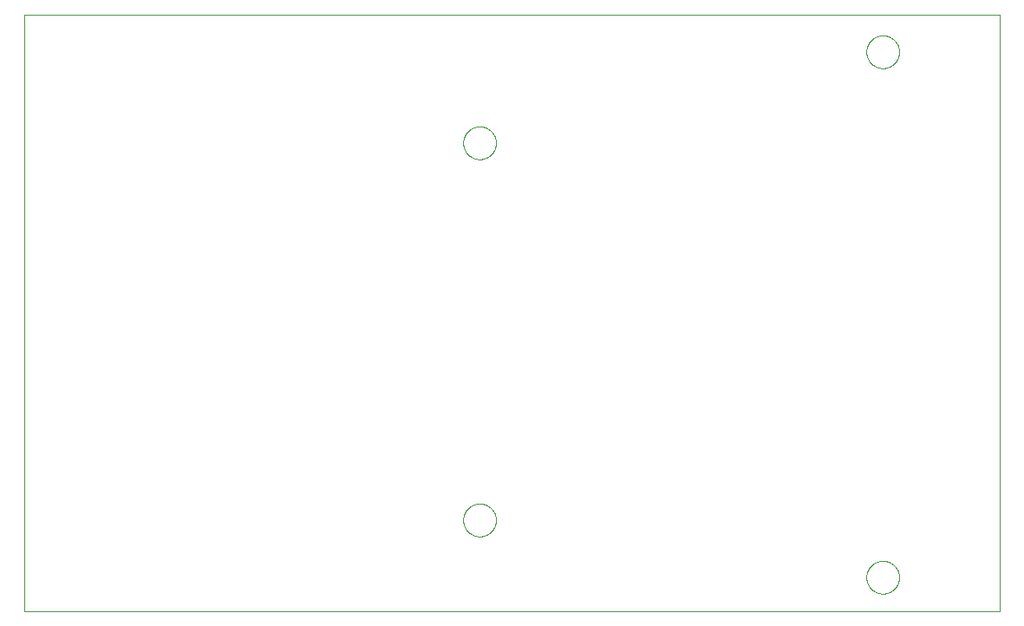
<source format=gbp>
G75*
%MOIN*%
%OFA0B0*%
%FSLAX25Y25*%
%IPPOS*%
%LPD*%
%AMOC8*
5,1,8,0,0,1.08239X$1,22.5*
%
%ADD10C,0.00000*%
D10*
X0001000Y0002050D02*
X0001000Y0231459D01*
X0376079Y0231459D01*
X0376079Y0002050D01*
X0001000Y0002050D01*
X0169701Y0037050D02*
X0169703Y0037208D01*
X0169709Y0037366D01*
X0169719Y0037524D01*
X0169733Y0037682D01*
X0169751Y0037839D01*
X0169772Y0037996D01*
X0169798Y0038152D01*
X0169828Y0038308D01*
X0169861Y0038463D01*
X0169899Y0038616D01*
X0169940Y0038769D01*
X0169985Y0038921D01*
X0170034Y0039072D01*
X0170087Y0039221D01*
X0170143Y0039369D01*
X0170203Y0039515D01*
X0170267Y0039660D01*
X0170335Y0039803D01*
X0170406Y0039945D01*
X0170480Y0040085D01*
X0170558Y0040222D01*
X0170640Y0040358D01*
X0170724Y0040492D01*
X0170813Y0040623D01*
X0170904Y0040752D01*
X0170999Y0040879D01*
X0171096Y0041004D01*
X0171197Y0041126D01*
X0171301Y0041245D01*
X0171408Y0041362D01*
X0171518Y0041476D01*
X0171631Y0041587D01*
X0171746Y0041696D01*
X0171864Y0041801D01*
X0171985Y0041903D01*
X0172108Y0042003D01*
X0172234Y0042099D01*
X0172362Y0042192D01*
X0172492Y0042282D01*
X0172625Y0042368D01*
X0172760Y0042452D01*
X0172896Y0042531D01*
X0173035Y0042608D01*
X0173176Y0042680D01*
X0173318Y0042750D01*
X0173462Y0042815D01*
X0173608Y0042877D01*
X0173755Y0042935D01*
X0173904Y0042990D01*
X0174054Y0043041D01*
X0174205Y0043088D01*
X0174357Y0043131D01*
X0174510Y0043170D01*
X0174665Y0043206D01*
X0174820Y0043237D01*
X0174976Y0043265D01*
X0175132Y0043289D01*
X0175289Y0043309D01*
X0175447Y0043325D01*
X0175604Y0043337D01*
X0175763Y0043345D01*
X0175921Y0043349D01*
X0176079Y0043349D01*
X0176237Y0043345D01*
X0176396Y0043337D01*
X0176553Y0043325D01*
X0176711Y0043309D01*
X0176868Y0043289D01*
X0177024Y0043265D01*
X0177180Y0043237D01*
X0177335Y0043206D01*
X0177490Y0043170D01*
X0177643Y0043131D01*
X0177795Y0043088D01*
X0177946Y0043041D01*
X0178096Y0042990D01*
X0178245Y0042935D01*
X0178392Y0042877D01*
X0178538Y0042815D01*
X0178682Y0042750D01*
X0178824Y0042680D01*
X0178965Y0042608D01*
X0179104Y0042531D01*
X0179240Y0042452D01*
X0179375Y0042368D01*
X0179508Y0042282D01*
X0179638Y0042192D01*
X0179766Y0042099D01*
X0179892Y0042003D01*
X0180015Y0041903D01*
X0180136Y0041801D01*
X0180254Y0041696D01*
X0180369Y0041587D01*
X0180482Y0041476D01*
X0180592Y0041362D01*
X0180699Y0041245D01*
X0180803Y0041126D01*
X0180904Y0041004D01*
X0181001Y0040879D01*
X0181096Y0040752D01*
X0181187Y0040623D01*
X0181276Y0040492D01*
X0181360Y0040358D01*
X0181442Y0040222D01*
X0181520Y0040085D01*
X0181594Y0039945D01*
X0181665Y0039803D01*
X0181733Y0039660D01*
X0181797Y0039515D01*
X0181857Y0039369D01*
X0181913Y0039221D01*
X0181966Y0039072D01*
X0182015Y0038921D01*
X0182060Y0038769D01*
X0182101Y0038616D01*
X0182139Y0038463D01*
X0182172Y0038308D01*
X0182202Y0038152D01*
X0182228Y0037996D01*
X0182249Y0037839D01*
X0182267Y0037682D01*
X0182281Y0037524D01*
X0182291Y0037366D01*
X0182297Y0037208D01*
X0182299Y0037050D01*
X0182297Y0036892D01*
X0182291Y0036734D01*
X0182281Y0036576D01*
X0182267Y0036418D01*
X0182249Y0036261D01*
X0182228Y0036104D01*
X0182202Y0035948D01*
X0182172Y0035792D01*
X0182139Y0035637D01*
X0182101Y0035484D01*
X0182060Y0035331D01*
X0182015Y0035179D01*
X0181966Y0035028D01*
X0181913Y0034879D01*
X0181857Y0034731D01*
X0181797Y0034585D01*
X0181733Y0034440D01*
X0181665Y0034297D01*
X0181594Y0034155D01*
X0181520Y0034015D01*
X0181442Y0033878D01*
X0181360Y0033742D01*
X0181276Y0033608D01*
X0181187Y0033477D01*
X0181096Y0033348D01*
X0181001Y0033221D01*
X0180904Y0033096D01*
X0180803Y0032974D01*
X0180699Y0032855D01*
X0180592Y0032738D01*
X0180482Y0032624D01*
X0180369Y0032513D01*
X0180254Y0032404D01*
X0180136Y0032299D01*
X0180015Y0032197D01*
X0179892Y0032097D01*
X0179766Y0032001D01*
X0179638Y0031908D01*
X0179508Y0031818D01*
X0179375Y0031732D01*
X0179240Y0031648D01*
X0179104Y0031569D01*
X0178965Y0031492D01*
X0178824Y0031420D01*
X0178682Y0031350D01*
X0178538Y0031285D01*
X0178392Y0031223D01*
X0178245Y0031165D01*
X0178096Y0031110D01*
X0177946Y0031059D01*
X0177795Y0031012D01*
X0177643Y0030969D01*
X0177490Y0030930D01*
X0177335Y0030894D01*
X0177180Y0030863D01*
X0177024Y0030835D01*
X0176868Y0030811D01*
X0176711Y0030791D01*
X0176553Y0030775D01*
X0176396Y0030763D01*
X0176237Y0030755D01*
X0176079Y0030751D01*
X0175921Y0030751D01*
X0175763Y0030755D01*
X0175604Y0030763D01*
X0175447Y0030775D01*
X0175289Y0030791D01*
X0175132Y0030811D01*
X0174976Y0030835D01*
X0174820Y0030863D01*
X0174665Y0030894D01*
X0174510Y0030930D01*
X0174357Y0030969D01*
X0174205Y0031012D01*
X0174054Y0031059D01*
X0173904Y0031110D01*
X0173755Y0031165D01*
X0173608Y0031223D01*
X0173462Y0031285D01*
X0173318Y0031350D01*
X0173176Y0031420D01*
X0173035Y0031492D01*
X0172896Y0031569D01*
X0172760Y0031648D01*
X0172625Y0031732D01*
X0172492Y0031818D01*
X0172362Y0031908D01*
X0172234Y0032001D01*
X0172108Y0032097D01*
X0171985Y0032197D01*
X0171864Y0032299D01*
X0171746Y0032404D01*
X0171631Y0032513D01*
X0171518Y0032624D01*
X0171408Y0032738D01*
X0171301Y0032855D01*
X0171197Y0032974D01*
X0171096Y0033096D01*
X0170999Y0033221D01*
X0170904Y0033348D01*
X0170813Y0033477D01*
X0170724Y0033608D01*
X0170640Y0033742D01*
X0170558Y0033878D01*
X0170480Y0034015D01*
X0170406Y0034155D01*
X0170335Y0034297D01*
X0170267Y0034440D01*
X0170203Y0034585D01*
X0170143Y0034731D01*
X0170087Y0034879D01*
X0170034Y0035028D01*
X0169985Y0035179D01*
X0169940Y0035331D01*
X0169899Y0035484D01*
X0169861Y0035637D01*
X0169828Y0035792D01*
X0169798Y0035948D01*
X0169772Y0036104D01*
X0169751Y0036261D01*
X0169733Y0036418D01*
X0169719Y0036576D01*
X0169709Y0036734D01*
X0169703Y0036892D01*
X0169701Y0037050D01*
X0324701Y0015050D02*
X0324703Y0015208D01*
X0324709Y0015366D01*
X0324719Y0015524D01*
X0324733Y0015682D01*
X0324751Y0015839D01*
X0324772Y0015996D01*
X0324798Y0016152D01*
X0324828Y0016308D01*
X0324861Y0016463D01*
X0324899Y0016616D01*
X0324940Y0016769D01*
X0324985Y0016921D01*
X0325034Y0017072D01*
X0325087Y0017221D01*
X0325143Y0017369D01*
X0325203Y0017515D01*
X0325267Y0017660D01*
X0325335Y0017803D01*
X0325406Y0017945D01*
X0325480Y0018085D01*
X0325558Y0018222D01*
X0325640Y0018358D01*
X0325724Y0018492D01*
X0325813Y0018623D01*
X0325904Y0018752D01*
X0325999Y0018879D01*
X0326096Y0019004D01*
X0326197Y0019126D01*
X0326301Y0019245D01*
X0326408Y0019362D01*
X0326518Y0019476D01*
X0326631Y0019587D01*
X0326746Y0019696D01*
X0326864Y0019801D01*
X0326985Y0019903D01*
X0327108Y0020003D01*
X0327234Y0020099D01*
X0327362Y0020192D01*
X0327492Y0020282D01*
X0327625Y0020368D01*
X0327760Y0020452D01*
X0327896Y0020531D01*
X0328035Y0020608D01*
X0328176Y0020680D01*
X0328318Y0020750D01*
X0328462Y0020815D01*
X0328608Y0020877D01*
X0328755Y0020935D01*
X0328904Y0020990D01*
X0329054Y0021041D01*
X0329205Y0021088D01*
X0329357Y0021131D01*
X0329510Y0021170D01*
X0329665Y0021206D01*
X0329820Y0021237D01*
X0329976Y0021265D01*
X0330132Y0021289D01*
X0330289Y0021309D01*
X0330447Y0021325D01*
X0330604Y0021337D01*
X0330763Y0021345D01*
X0330921Y0021349D01*
X0331079Y0021349D01*
X0331237Y0021345D01*
X0331396Y0021337D01*
X0331553Y0021325D01*
X0331711Y0021309D01*
X0331868Y0021289D01*
X0332024Y0021265D01*
X0332180Y0021237D01*
X0332335Y0021206D01*
X0332490Y0021170D01*
X0332643Y0021131D01*
X0332795Y0021088D01*
X0332946Y0021041D01*
X0333096Y0020990D01*
X0333245Y0020935D01*
X0333392Y0020877D01*
X0333538Y0020815D01*
X0333682Y0020750D01*
X0333824Y0020680D01*
X0333965Y0020608D01*
X0334104Y0020531D01*
X0334240Y0020452D01*
X0334375Y0020368D01*
X0334508Y0020282D01*
X0334638Y0020192D01*
X0334766Y0020099D01*
X0334892Y0020003D01*
X0335015Y0019903D01*
X0335136Y0019801D01*
X0335254Y0019696D01*
X0335369Y0019587D01*
X0335482Y0019476D01*
X0335592Y0019362D01*
X0335699Y0019245D01*
X0335803Y0019126D01*
X0335904Y0019004D01*
X0336001Y0018879D01*
X0336096Y0018752D01*
X0336187Y0018623D01*
X0336276Y0018492D01*
X0336360Y0018358D01*
X0336442Y0018222D01*
X0336520Y0018085D01*
X0336594Y0017945D01*
X0336665Y0017803D01*
X0336733Y0017660D01*
X0336797Y0017515D01*
X0336857Y0017369D01*
X0336913Y0017221D01*
X0336966Y0017072D01*
X0337015Y0016921D01*
X0337060Y0016769D01*
X0337101Y0016616D01*
X0337139Y0016463D01*
X0337172Y0016308D01*
X0337202Y0016152D01*
X0337228Y0015996D01*
X0337249Y0015839D01*
X0337267Y0015682D01*
X0337281Y0015524D01*
X0337291Y0015366D01*
X0337297Y0015208D01*
X0337299Y0015050D01*
X0337297Y0014892D01*
X0337291Y0014734D01*
X0337281Y0014576D01*
X0337267Y0014418D01*
X0337249Y0014261D01*
X0337228Y0014104D01*
X0337202Y0013948D01*
X0337172Y0013792D01*
X0337139Y0013637D01*
X0337101Y0013484D01*
X0337060Y0013331D01*
X0337015Y0013179D01*
X0336966Y0013028D01*
X0336913Y0012879D01*
X0336857Y0012731D01*
X0336797Y0012585D01*
X0336733Y0012440D01*
X0336665Y0012297D01*
X0336594Y0012155D01*
X0336520Y0012015D01*
X0336442Y0011878D01*
X0336360Y0011742D01*
X0336276Y0011608D01*
X0336187Y0011477D01*
X0336096Y0011348D01*
X0336001Y0011221D01*
X0335904Y0011096D01*
X0335803Y0010974D01*
X0335699Y0010855D01*
X0335592Y0010738D01*
X0335482Y0010624D01*
X0335369Y0010513D01*
X0335254Y0010404D01*
X0335136Y0010299D01*
X0335015Y0010197D01*
X0334892Y0010097D01*
X0334766Y0010001D01*
X0334638Y0009908D01*
X0334508Y0009818D01*
X0334375Y0009732D01*
X0334240Y0009648D01*
X0334104Y0009569D01*
X0333965Y0009492D01*
X0333824Y0009420D01*
X0333682Y0009350D01*
X0333538Y0009285D01*
X0333392Y0009223D01*
X0333245Y0009165D01*
X0333096Y0009110D01*
X0332946Y0009059D01*
X0332795Y0009012D01*
X0332643Y0008969D01*
X0332490Y0008930D01*
X0332335Y0008894D01*
X0332180Y0008863D01*
X0332024Y0008835D01*
X0331868Y0008811D01*
X0331711Y0008791D01*
X0331553Y0008775D01*
X0331396Y0008763D01*
X0331237Y0008755D01*
X0331079Y0008751D01*
X0330921Y0008751D01*
X0330763Y0008755D01*
X0330604Y0008763D01*
X0330447Y0008775D01*
X0330289Y0008791D01*
X0330132Y0008811D01*
X0329976Y0008835D01*
X0329820Y0008863D01*
X0329665Y0008894D01*
X0329510Y0008930D01*
X0329357Y0008969D01*
X0329205Y0009012D01*
X0329054Y0009059D01*
X0328904Y0009110D01*
X0328755Y0009165D01*
X0328608Y0009223D01*
X0328462Y0009285D01*
X0328318Y0009350D01*
X0328176Y0009420D01*
X0328035Y0009492D01*
X0327896Y0009569D01*
X0327760Y0009648D01*
X0327625Y0009732D01*
X0327492Y0009818D01*
X0327362Y0009908D01*
X0327234Y0010001D01*
X0327108Y0010097D01*
X0326985Y0010197D01*
X0326864Y0010299D01*
X0326746Y0010404D01*
X0326631Y0010513D01*
X0326518Y0010624D01*
X0326408Y0010738D01*
X0326301Y0010855D01*
X0326197Y0010974D01*
X0326096Y0011096D01*
X0325999Y0011221D01*
X0325904Y0011348D01*
X0325813Y0011477D01*
X0325724Y0011608D01*
X0325640Y0011742D01*
X0325558Y0011878D01*
X0325480Y0012015D01*
X0325406Y0012155D01*
X0325335Y0012297D01*
X0325267Y0012440D01*
X0325203Y0012585D01*
X0325143Y0012731D01*
X0325087Y0012879D01*
X0325034Y0013028D01*
X0324985Y0013179D01*
X0324940Y0013331D01*
X0324899Y0013484D01*
X0324861Y0013637D01*
X0324828Y0013792D01*
X0324798Y0013948D01*
X0324772Y0014104D01*
X0324751Y0014261D01*
X0324733Y0014418D01*
X0324719Y0014576D01*
X0324709Y0014734D01*
X0324703Y0014892D01*
X0324701Y0015050D01*
X0169701Y0182050D02*
X0169703Y0182208D01*
X0169709Y0182366D01*
X0169719Y0182524D01*
X0169733Y0182682D01*
X0169751Y0182839D01*
X0169772Y0182996D01*
X0169798Y0183152D01*
X0169828Y0183308D01*
X0169861Y0183463D01*
X0169899Y0183616D01*
X0169940Y0183769D01*
X0169985Y0183921D01*
X0170034Y0184072D01*
X0170087Y0184221D01*
X0170143Y0184369D01*
X0170203Y0184515D01*
X0170267Y0184660D01*
X0170335Y0184803D01*
X0170406Y0184945D01*
X0170480Y0185085D01*
X0170558Y0185222D01*
X0170640Y0185358D01*
X0170724Y0185492D01*
X0170813Y0185623D01*
X0170904Y0185752D01*
X0170999Y0185879D01*
X0171096Y0186004D01*
X0171197Y0186126D01*
X0171301Y0186245D01*
X0171408Y0186362D01*
X0171518Y0186476D01*
X0171631Y0186587D01*
X0171746Y0186696D01*
X0171864Y0186801D01*
X0171985Y0186903D01*
X0172108Y0187003D01*
X0172234Y0187099D01*
X0172362Y0187192D01*
X0172492Y0187282D01*
X0172625Y0187368D01*
X0172760Y0187452D01*
X0172896Y0187531D01*
X0173035Y0187608D01*
X0173176Y0187680D01*
X0173318Y0187750D01*
X0173462Y0187815D01*
X0173608Y0187877D01*
X0173755Y0187935D01*
X0173904Y0187990D01*
X0174054Y0188041D01*
X0174205Y0188088D01*
X0174357Y0188131D01*
X0174510Y0188170D01*
X0174665Y0188206D01*
X0174820Y0188237D01*
X0174976Y0188265D01*
X0175132Y0188289D01*
X0175289Y0188309D01*
X0175447Y0188325D01*
X0175604Y0188337D01*
X0175763Y0188345D01*
X0175921Y0188349D01*
X0176079Y0188349D01*
X0176237Y0188345D01*
X0176396Y0188337D01*
X0176553Y0188325D01*
X0176711Y0188309D01*
X0176868Y0188289D01*
X0177024Y0188265D01*
X0177180Y0188237D01*
X0177335Y0188206D01*
X0177490Y0188170D01*
X0177643Y0188131D01*
X0177795Y0188088D01*
X0177946Y0188041D01*
X0178096Y0187990D01*
X0178245Y0187935D01*
X0178392Y0187877D01*
X0178538Y0187815D01*
X0178682Y0187750D01*
X0178824Y0187680D01*
X0178965Y0187608D01*
X0179104Y0187531D01*
X0179240Y0187452D01*
X0179375Y0187368D01*
X0179508Y0187282D01*
X0179638Y0187192D01*
X0179766Y0187099D01*
X0179892Y0187003D01*
X0180015Y0186903D01*
X0180136Y0186801D01*
X0180254Y0186696D01*
X0180369Y0186587D01*
X0180482Y0186476D01*
X0180592Y0186362D01*
X0180699Y0186245D01*
X0180803Y0186126D01*
X0180904Y0186004D01*
X0181001Y0185879D01*
X0181096Y0185752D01*
X0181187Y0185623D01*
X0181276Y0185492D01*
X0181360Y0185358D01*
X0181442Y0185222D01*
X0181520Y0185085D01*
X0181594Y0184945D01*
X0181665Y0184803D01*
X0181733Y0184660D01*
X0181797Y0184515D01*
X0181857Y0184369D01*
X0181913Y0184221D01*
X0181966Y0184072D01*
X0182015Y0183921D01*
X0182060Y0183769D01*
X0182101Y0183616D01*
X0182139Y0183463D01*
X0182172Y0183308D01*
X0182202Y0183152D01*
X0182228Y0182996D01*
X0182249Y0182839D01*
X0182267Y0182682D01*
X0182281Y0182524D01*
X0182291Y0182366D01*
X0182297Y0182208D01*
X0182299Y0182050D01*
X0182297Y0181892D01*
X0182291Y0181734D01*
X0182281Y0181576D01*
X0182267Y0181418D01*
X0182249Y0181261D01*
X0182228Y0181104D01*
X0182202Y0180948D01*
X0182172Y0180792D01*
X0182139Y0180637D01*
X0182101Y0180484D01*
X0182060Y0180331D01*
X0182015Y0180179D01*
X0181966Y0180028D01*
X0181913Y0179879D01*
X0181857Y0179731D01*
X0181797Y0179585D01*
X0181733Y0179440D01*
X0181665Y0179297D01*
X0181594Y0179155D01*
X0181520Y0179015D01*
X0181442Y0178878D01*
X0181360Y0178742D01*
X0181276Y0178608D01*
X0181187Y0178477D01*
X0181096Y0178348D01*
X0181001Y0178221D01*
X0180904Y0178096D01*
X0180803Y0177974D01*
X0180699Y0177855D01*
X0180592Y0177738D01*
X0180482Y0177624D01*
X0180369Y0177513D01*
X0180254Y0177404D01*
X0180136Y0177299D01*
X0180015Y0177197D01*
X0179892Y0177097D01*
X0179766Y0177001D01*
X0179638Y0176908D01*
X0179508Y0176818D01*
X0179375Y0176732D01*
X0179240Y0176648D01*
X0179104Y0176569D01*
X0178965Y0176492D01*
X0178824Y0176420D01*
X0178682Y0176350D01*
X0178538Y0176285D01*
X0178392Y0176223D01*
X0178245Y0176165D01*
X0178096Y0176110D01*
X0177946Y0176059D01*
X0177795Y0176012D01*
X0177643Y0175969D01*
X0177490Y0175930D01*
X0177335Y0175894D01*
X0177180Y0175863D01*
X0177024Y0175835D01*
X0176868Y0175811D01*
X0176711Y0175791D01*
X0176553Y0175775D01*
X0176396Y0175763D01*
X0176237Y0175755D01*
X0176079Y0175751D01*
X0175921Y0175751D01*
X0175763Y0175755D01*
X0175604Y0175763D01*
X0175447Y0175775D01*
X0175289Y0175791D01*
X0175132Y0175811D01*
X0174976Y0175835D01*
X0174820Y0175863D01*
X0174665Y0175894D01*
X0174510Y0175930D01*
X0174357Y0175969D01*
X0174205Y0176012D01*
X0174054Y0176059D01*
X0173904Y0176110D01*
X0173755Y0176165D01*
X0173608Y0176223D01*
X0173462Y0176285D01*
X0173318Y0176350D01*
X0173176Y0176420D01*
X0173035Y0176492D01*
X0172896Y0176569D01*
X0172760Y0176648D01*
X0172625Y0176732D01*
X0172492Y0176818D01*
X0172362Y0176908D01*
X0172234Y0177001D01*
X0172108Y0177097D01*
X0171985Y0177197D01*
X0171864Y0177299D01*
X0171746Y0177404D01*
X0171631Y0177513D01*
X0171518Y0177624D01*
X0171408Y0177738D01*
X0171301Y0177855D01*
X0171197Y0177974D01*
X0171096Y0178096D01*
X0170999Y0178221D01*
X0170904Y0178348D01*
X0170813Y0178477D01*
X0170724Y0178608D01*
X0170640Y0178742D01*
X0170558Y0178878D01*
X0170480Y0179015D01*
X0170406Y0179155D01*
X0170335Y0179297D01*
X0170267Y0179440D01*
X0170203Y0179585D01*
X0170143Y0179731D01*
X0170087Y0179879D01*
X0170034Y0180028D01*
X0169985Y0180179D01*
X0169940Y0180331D01*
X0169899Y0180484D01*
X0169861Y0180637D01*
X0169828Y0180792D01*
X0169798Y0180948D01*
X0169772Y0181104D01*
X0169751Y0181261D01*
X0169733Y0181418D01*
X0169719Y0181576D01*
X0169709Y0181734D01*
X0169703Y0181892D01*
X0169701Y0182050D01*
X0324701Y0217050D02*
X0324703Y0217208D01*
X0324709Y0217366D01*
X0324719Y0217524D01*
X0324733Y0217682D01*
X0324751Y0217839D01*
X0324772Y0217996D01*
X0324798Y0218152D01*
X0324828Y0218308D01*
X0324861Y0218463D01*
X0324899Y0218616D01*
X0324940Y0218769D01*
X0324985Y0218921D01*
X0325034Y0219072D01*
X0325087Y0219221D01*
X0325143Y0219369D01*
X0325203Y0219515D01*
X0325267Y0219660D01*
X0325335Y0219803D01*
X0325406Y0219945D01*
X0325480Y0220085D01*
X0325558Y0220222D01*
X0325640Y0220358D01*
X0325724Y0220492D01*
X0325813Y0220623D01*
X0325904Y0220752D01*
X0325999Y0220879D01*
X0326096Y0221004D01*
X0326197Y0221126D01*
X0326301Y0221245D01*
X0326408Y0221362D01*
X0326518Y0221476D01*
X0326631Y0221587D01*
X0326746Y0221696D01*
X0326864Y0221801D01*
X0326985Y0221903D01*
X0327108Y0222003D01*
X0327234Y0222099D01*
X0327362Y0222192D01*
X0327492Y0222282D01*
X0327625Y0222368D01*
X0327760Y0222452D01*
X0327896Y0222531D01*
X0328035Y0222608D01*
X0328176Y0222680D01*
X0328318Y0222750D01*
X0328462Y0222815D01*
X0328608Y0222877D01*
X0328755Y0222935D01*
X0328904Y0222990D01*
X0329054Y0223041D01*
X0329205Y0223088D01*
X0329357Y0223131D01*
X0329510Y0223170D01*
X0329665Y0223206D01*
X0329820Y0223237D01*
X0329976Y0223265D01*
X0330132Y0223289D01*
X0330289Y0223309D01*
X0330447Y0223325D01*
X0330604Y0223337D01*
X0330763Y0223345D01*
X0330921Y0223349D01*
X0331079Y0223349D01*
X0331237Y0223345D01*
X0331396Y0223337D01*
X0331553Y0223325D01*
X0331711Y0223309D01*
X0331868Y0223289D01*
X0332024Y0223265D01*
X0332180Y0223237D01*
X0332335Y0223206D01*
X0332490Y0223170D01*
X0332643Y0223131D01*
X0332795Y0223088D01*
X0332946Y0223041D01*
X0333096Y0222990D01*
X0333245Y0222935D01*
X0333392Y0222877D01*
X0333538Y0222815D01*
X0333682Y0222750D01*
X0333824Y0222680D01*
X0333965Y0222608D01*
X0334104Y0222531D01*
X0334240Y0222452D01*
X0334375Y0222368D01*
X0334508Y0222282D01*
X0334638Y0222192D01*
X0334766Y0222099D01*
X0334892Y0222003D01*
X0335015Y0221903D01*
X0335136Y0221801D01*
X0335254Y0221696D01*
X0335369Y0221587D01*
X0335482Y0221476D01*
X0335592Y0221362D01*
X0335699Y0221245D01*
X0335803Y0221126D01*
X0335904Y0221004D01*
X0336001Y0220879D01*
X0336096Y0220752D01*
X0336187Y0220623D01*
X0336276Y0220492D01*
X0336360Y0220358D01*
X0336442Y0220222D01*
X0336520Y0220085D01*
X0336594Y0219945D01*
X0336665Y0219803D01*
X0336733Y0219660D01*
X0336797Y0219515D01*
X0336857Y0219369D01*
X0336913Y0219221D01*
X0336966Y0219072D01*
X0337015Y0218921D01*
X0337060Y0218769D01*
X0337101Y0218616D01*
X0337139Y0218463D01*
X0337172Y0218308D01*
X0337202Y0218152D01*
X0337228Y0217996D01*
X0337249Y0217839D01*
X0337267Y0217682D01*
X0337281Y0217524D01*
X0337291Y0217366D01*
X0337297Y0217208D01*
X0337299Y0217050D01*
X0337297Y0216892D01*
X0337291Y0216734D01*
X0337281Y0216576D01*
X0337267Y0216418D01*
X0337249Y0216261D01*
X0337228Y0216104D01*
X0337202Y0215948D01*
X0337172Y0215792D01*
X0337139Y0215637D01*
X0337101Y0215484D01*
X0337060Y0215331D01*
X0337015Y0215179D01*
X0336966Y0215028D01*
X0336913Y0214879D01*
X0336857Y0214731D01*
X0336797Y0214585D01*
X0336733Y0214440D01*
X0336665Y0214297D01*
X0336594Y0214155D01*
X0336520Y0214015D01*
X0336442Y0213878D01*
X0336360Y0213742D01*
X0336276Y0213608D01*
X0336187Y0213477D01*
X0336096Y0213348D01*
X0336001Y0213221D01*
X0335904Y0213096D01*
X0335803Y0212974D01*
X0335699Y0212855D01*
X0335592Y0212738D01*
X0335482Y0212624D01*
X0335369Y0212513D01*
X0335254Y0212404D01*
X0335136Y0212299D01*
X0335015Y0212197D01*
X0334892Y0212097D01*
X0334766Y0212001D01*
X0334638Y0211908D01*
X0334508Y0211818D01*
X0334375Y0211732D01*
X0334240Y0211648D01*
X0334104Y0211569D01*
X0333965Y0211492D01*
X0333824Y0211420D01*
X0333682Y0211350D01*
X0333538Y0211285D01*
X0333392Y0211223D01*
X0333245Y0211165D01*
X0333096Y0211110D01*
X0332946Y0211059D01*
X0332795Y0211012D01*
X0332643Y0210969D01*
X0332490Y0210930D01*
X0332335Y0210894D01*
X0332180Y0210863D01*
X0332024Y0210835D01*
X0331868Y0210811D01*
X0331711Y0210791D01*
X0331553Y0210775D01*
X0331396Y0210763D01*
X0331237Y0210755D01*
X0331079Y0210751D01*
X0330921Y0210751D01*
X0330763Y0210755D01*
X0330604Y0210763D01*
X0330447Y0210775D01*
X0330289Y0210791D01*
X0330132Y0210811D01*
X0329976Y0210835D01*
X0329820Y0210863D01*
X0329665Y0210894D01*
X0329510Y0210930D01*
X0329357Y0210969D01*
X0329205Y0211012D01*
X0329054Y0211059D01*
X0328904Y0211110D01*
X0328755Y0211165D01*
X0328608Y0211223D01*
X0328462Y0211285D01*
X0328318Y0211350D01*
X0328176Y0211420D01*
X0328035Y0211492D01*
X0327896Y0211569D01*
X0327760Y0211648D01*
X0327625Y0211732D01*
X0327492Y0211818D01*
X0327362Y0211908D01*
X0327234Y0212001D01*
X0327108Y0212097D01*
X0326985Y0212197D01*
X0326864Y0212299D01*
X0326746Y0212404D01*
X0326631Y0212513D01*
X0326518Y0212624D01*
X0326408Y0212738D01*
X0326301Y0212855D01*
X0326197Y0212974D01*
X0326096Y0213096D01*
X0325999Y0213221D01*
X0325904Y0213348D01*
X0325813Y0213477D01*
X0325724Y0213608D01*
X0325640Y0213742D01*
X0325558Y0213878D01*
X0325480Y0214015D01*
X0325406Y0214155D01*
X0325335Y0214297D01*
X0325267Y0214440D01*
X0325203Y0214585D01*
X0325143Y0214731D01*
X0325087Y0214879D01*
X0325034Y0215028D01*
X0324985Y0215179D01*
X0324940Y0215331D01*
X0324899Y0215484D01*
X0324861Y0215637D01*
X0324828Y0215792D01*
X0324798Y0215948D01*
X0324772Y0216104D01*
X0324751Y0216261D01*
X0324733Y0216418D01*
X0324719Y0216576D01*
X0324709Y0216734D01*
X0324703Y0216892D01*
X0324701Y0217050D01*
M02*

</source>
